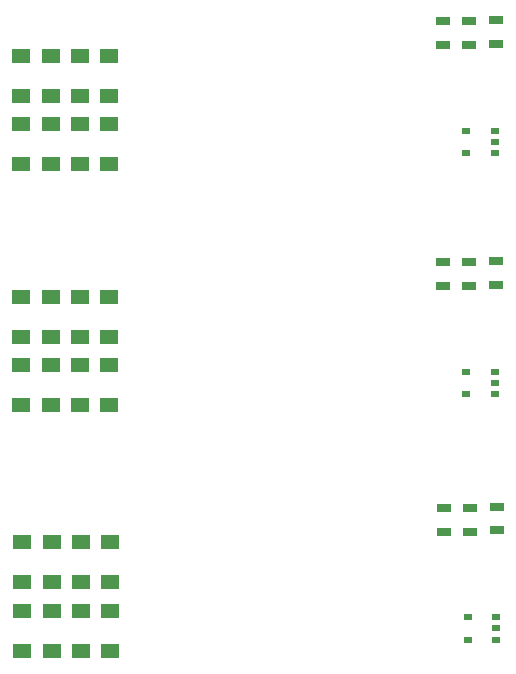
<source format=gbp>
G04 Layer_Color=128*
%FSTAX24Y24*%
%MOIN*%
G70*
G01*
G75*
%ADD13R,0.0591X0.0472*%
%ADD16R,0.0472X0.0315*%
%ADD28R,0.0276X0.0236*%
D13*
X016732Y022559D02*
D03*
Y02122D02*
D03*
X013819Y023504D02*
D03*
Y024843D02*
D03*
X015787Y02122D02*
D03*
Y022559D02*
D03*
X014803Y024843D02*
D03*
Y023504D02*
D03*
Y022559D02*
D03*
Y02122D02*
D03*
X015787Y023504D02*
D03*
Y024843D02*
D03*
X013819Y02122D02*
D03*
Y022559D02*
D03*
X016732Y024843D02*
D03*
Y023504D02*
D03*
X016732Y016811D02*
D03*
Y015472D02*
D03*
X013819Y013189D02*
D03*
Y014528D02*
D03*
X015787Y015472D02*
D03*
Y016811D02*
D03*
X014803Y014528D02*
D03*
Y013189D02*
D03*
Y016811D02*
D03*
Y015472D02*
D03*
X015787Y013189D02*
D03*
Y014528D02*
D03*
X013819Y015472D02*
D03*
Y016811D02*
D03*
X016732Y014528D02*
D03*
Y013189D02*
D03*
X016772Y006339D02*
D03*
Y005D02*
D03*
X013858Y007283D02*
D03*
Y008622D02*
D03*
X015827Y007283D02*
D03*
Y008622D02*
D03*
X016772D02*
D03*
Y007283D02*
D03*
X013858Y005D02*
D03*
Y006339D02*
D03*
X014843Y006339D02*
D03*
Y005D02*
D03*
Y008622D02*
D03*
Y007283D02*
D03*
X015827Y005D02*
D03*
Y006339D02*
D03*
D16*
X027875Y025984D02*
D03*
X027874Y025197D02*
D03*
X028742Y025984D02*
D03*
X02874Y025197D02*
D03*
X029647Y026024D02*
D03*
X029646Y025236D02*
D03*
X029647Y017992D02*
D03*
X029646Y017205D02*
D03*
X028742Y017953D02*
D03*
X02874Y017165D02*
D03*
X027875Y017953D02*
D03*
X027874Y017165D02*
D03*
X027915Y009764D02*
D03*
X027913Y008976D02*
D03*
X029686Y009803D02*
D03*
X029685Y009016D02*
D03*
X028781Y009764D02*
D03*
X02878Y008976D02*
D03*
D28*
X028661Y022343D02*
D03*
Y021594D02*
D03*
X029606Y022343D02*
D03*
Y021969D02*
D03*
X029602Y021594D02*
D03*
X028661Y014311D02*
D03*
Y013563D02*
D03*
X029606Y014311D02*
D03*
Y013937D02*
D03*
X029602Y013563D02*
D03*
X028701Y006122D02*
D03*
Y005374D02*
D03*
X029646Y006122D02*
D03*
Y005748D02*
D03*
X029642Y005374D02*
D03*
M02*

</source>
